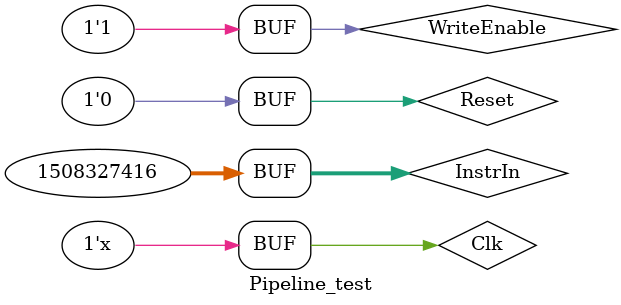
<source format=v>
`timescale 1ns / 1ps


module Pipeline_test;

	// Inputs
	reg [31:0] InstrIn;
	reg Reset;
	reg Clk;
	reg WriteEnable;

	// Outputs
	wire [31:0] ALUOut;
//	wire			DataSrc;
	
	// Instantiate the Unit Under Test (UUT)
	Pipeline uut (
		.InstrIn(InstrIn), 
		.rst(Reset), 
		.clk(Clk), 
		.WriteEnable(WriteEnable), 
		.Out(ALUOut)
	);

	always #5
	Clk = ~Clk;

	initial begin
		// Initialize Inputs
		InstrIn = 0;
		Reset = 1;
		Clk = 0;
		WriteEnable = 0;
 

		// Wait 100 ns for global reset to finish
		#100;
      
		Reset = 0;
		WriteEnable = 1;
		
		
//		---- I type ---
		#30
		InstrIn= 32'b011010_00000_00000_0000000000000101;		// I, add r0 with 00000005 =>   r0 = 00000005

		#10
		InstrIn= 32'b011010_00001_00001_0000000000001010;		// I, add r1 with 0000000A =>   r1 = 0000000A

		#10
		InstrIn= 32'b011010_00010_00010_1111111111111000;		// I, add r2 with 0000FFF8 =>   r2 = 0000FFF8

		#10
		InstrIn= 32'b011001_00011_00011_1111111111111000;		// I, not r3     		   =>   r3 = FFFFFFFF
		
		#10
		InstrIn= 32'b011100_00100_00100_1010101010101010;		// I, or r4 with 0000AAAA  =>   r4 = 00000AAAA
		
		#10
		InstrIn= 32'b011101_00101_00101_1111111111111111;		// I, and r5 with 0000FFFF =>   r5 = 00000000
		
		#10
		InstrIn= 32'b011110_00110_00110_1111111111111000;		// I, slt r6 with 0000FFFF8 =>  r6 = 00000001
		
		

//		---- R type ---

		#10
		InstrIn= 32'b010001_00111_00001_00000_00000000000;		// R, not r1(0000000A)                   =>  r7 = FFFFFFF5

		#10
		InstrIn= 32'b010010_01000_00001_00010_00000000000;		// R, add r1(0000000A) with r2(0000FFF8) =>  r8 = 00010002
		
		#10
		InstrIn= 32'b010010_01001_00001_00011_00000000000;		// R, add r1(0000000A) with r3(FFFFFFFF) =>  r9 = 00000009
		
		#10
		InstrIn= 32'b010010_01010_00001_00100_00000000000;		// R, add r1(0000000A) with r4(0000AAAA) =>  r10 = 0000AAB4
		
		#10
		InstrIn= 32'b010010_01011_00001_00101_00000000000;		// R, add r1(0000000A) with r5(00000000) =>  r11 = 0000000A  
		
		#10
		InstrIn= 32'b010010_01100_00001_00110_00000000000;		// R, add r1(0000000A) wtih r6(00000001) =>  r12 = 0000000B  
		
		#10
		InstrIn= 32'b010110_01111_00111_00111_11111111000;		// R, slt r7 with 0000FFFF8 =>  r15 = 00000000
		
		
		// Add stimulus here

	end
      
endmodule


</source>
